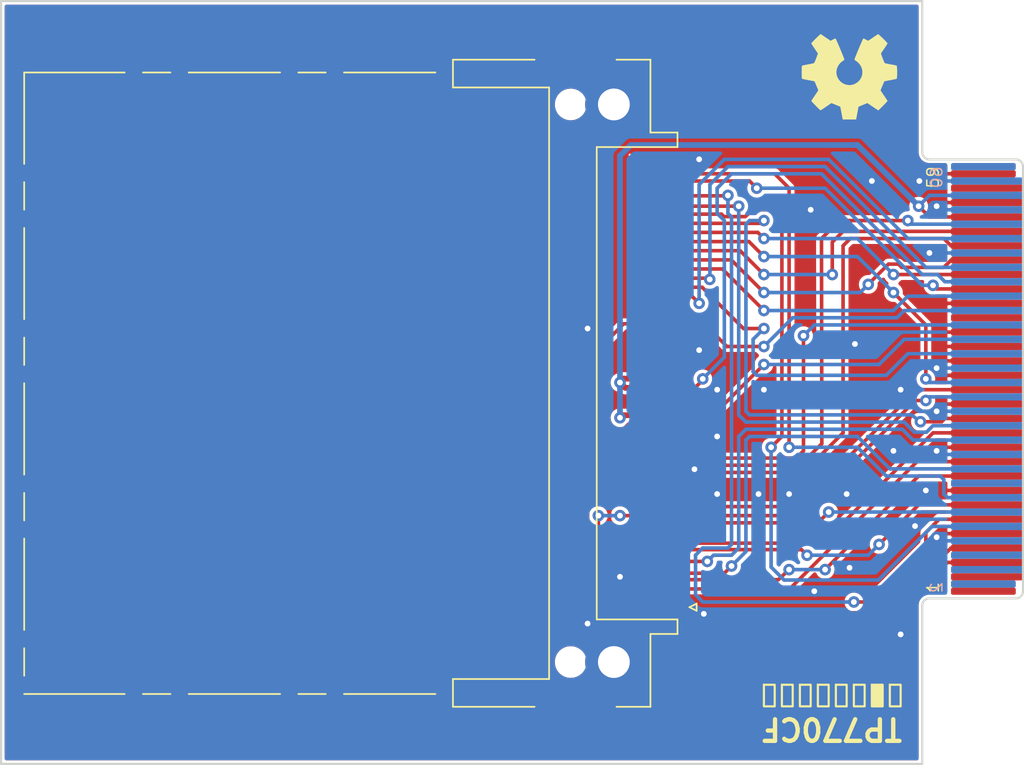
<source format=kicad_pcb>
(kicad_pcb (version 20211014) (generator pcbnew)
  (layers (0 "F.Cu" signal) (31 "B.Cu" signal) (34 "B.Paste" user) (35 "F.Paste" user) (36 "B.SilkS" user "B.Silkscreen") (37 "F.SilkS" user "F.Silkscreen") (38 "B.Mask" user) (39 "F.Mask" user) (44 "Edge.Cuts" user))
  (net 0 "")
  (net 1 "Net-(J1-Pad2)")
  (net 2 "Net-(J1-Pad27)")
  (net 3 "Net-(J1-Pad3)")
  (net 4 "Net-(J1-Pad28)")
  (net 5 "Net-(J1-Pad4)")
  (net 6 "Net-(J1-Pad29)")
  (net 7 "Net-(J1-Pad5)")
  (net 8 "Net-(J1-Pad30)")
  (net 9 "Net-(J1-Pad6)")
  (net 10 "Net-(J1-Pad31)")
  (net 11 "Net-(J1-Pad7)")
  (net 12 "Net-(J1-Pad32)")
  (net 13 "Net-(J1-Pad33)")
  (net 14 "Net-(J1-Pad34)")
  (net 15 "Net-(J1-Pad35)")
  (net 16 "Net-(J1-Pad37)")
  (net 17 "Net-(J1-Pad40)")
  (net 18 "Net-(J1-Pad41)")
  (net 19 "Net-(J1-Pad42)")
  (net 20 "Net-(J1-Pad18)")
  (net 21 "Net-(J1-Pad43)")
  (net 22 "Net-(J1-Pad19)")
  (net 23 "Net-(J1-Pad20)")
  (net 24 "Net-(J1-Pad45)")
  (net 25 "Net-(J1-Pad21)")
  (net 26 "Net-(J1-Pad46)")
  (net 27 "Net-(J1-Pad22)")
  (net 28 "Net-(J1-Pad47)")
  (net 29 "Net-(J1-Pad23)")
  (net 30 "Net-(J1-Pad48)")
  (net 31 "Net-(J1-Pad24)")
  (net 32 "Net-(J1-Pad49)")
  (net 33 "Net-(J2-Pad60)")
  (net 34 "Net-(J2-Pad16)")
  (net 35 "Net-(J2-Pad6)")
  (net 36 "Net-(J2-Pad4)")
  (net 37 "Net-(J2-Pad2)")
  (net 38 "Net-(J2-Pad1)")
  (net 39 "Net-(J2-Pad3)")
  (net 40 "Net-(J2-Pad39)")
  (net 41 "GND")
  (net 42 "+5V")
  (net 43 "Net-(J1-Pad44)")
  (net 44 "Net-(J2-Pad57)")
  (footprint "Symbol:OSHW-Symbol_6.7x6mm_SilkScreen" (layer "F.Cu") (at 172.95 57.25 180)
    (fp_text reference "REF**" hide)
    (fp_text value "OSHW-Symbol_6.7x6mm_SilkScreen" hide)
  )
  (footprint "Connector_Card:CF-Card_3M_N7E50-7516PK-20-WF" (layer "F.Cu") (at 156.4755 78.552 180)
    (fp_text reference "J1" hide)
    (fp_text value "CF Card")
  )
  (footprint "TP770IDE:TP770IDE" (layer "F.Cu") (at 182.20348 79.042703)
    (fp_text reference "J2" hide)
    (fp_text value "TP770IDE")
  )
  (gr_rect (start 169.5 99.5) (end 170.25 101) (layer "F.SilkS") (width 0.15) (fill none))
  (gr_rect (start 167 99.5) (end 167.75 101) (layer "F.SilkS") (width 0.15) (fill none))
  (gr_rect (start 173.25 99.5) (end 174 101) (layer "F.SilkS") (width 0.15) (fill none))
  (gr_rect (start 170.75 99.5) (end 171.5 101) (layer "F.SilkS") (width 0.15) (fill none))
  (gr_rect (start 168.25 99.5) (end 169 101) (layer "F.SilkS") (width 0.15) (fill none))
  (gr_rect (start 174.5 99.5) (end 175.25 101) (layer "F.SilkS") (width 0.15) (fill solid))
  (gr_rect (start 172 99.5) (end 172.75 101) (layer "F.SilkS") (width 0.15) (fill none))
  (gr_rect (start 175.75 99.5) (end 176.5 101) (layer "F.SilkS") (width 0.15) (fill none))
  (gr_arc (start 178.5 63) (mid 178.146447 62.853553) (end 178 62.5) (layer "Edge.Cuts") (width 0.15))
  (gr_arc (start 178 94) (mid 178.146447 93.646447) (end 178.5 93.5) (layer "Edge.Cuts") (width 0.15))
  (gr_line (start 178.5 93.5) (end 184.5 93.5) (layer "Edge.Cuts") (width 0.15))
  (gr_line (start 114 105) (end 114 52) (layer "Edge.Cuts") (width 0.15))
  (gr_line (start 178 105) (end 114 105) (layer "Edge.Cuts") (width 0.15))
  (gr_line (start 178 62.5) (end 178 52) (layer "Edge.Cuts") (width 0.15))
  (gr_line (start 178.5 63) (end 184.5 63) (layer "Edge.Cuts") (width 0.15))
  (gr_arc (start 184.5 63) (mid 184.853553 63.146447) (end 185 63.5) (layer "Edge.Cuts") (width 0.15))
  (gr_line (start 178 94) (end 178 105) (layer "Edge.Cuts") (width 0.15))
  (gr_line (start 185 63.5) (end 185 93) (layer "Edge.Cuts") (width 0.15))
  (gr_line (start 114 52) (end 178 52) (layer "Edge.Cuts") (width 0.15))
  (gr_arc (start 185 93) (mid 184.853553 93.353553) (end 184.5 93.5) (layer "Edge.Cuts") (width 0.15))
  (gr_text "2" (at 179 92.75 90) (layer "B.SilkS") (effects (font (size 0.8 0.8) (thickness 0.1)) (justify mirror)))
  (gr_text "60" (at 179 64.25 90) (layer "B.SilkS") (effects (font (size 0.8 0.8) (thickness 0.1)) (justify mirror)))
  (gr_text "59" (at 178.75 64.25 90) (layer "F.SilkS") (effects (font (size 0.8 0.8) (thickness 0.1))))
  (gr_text "TP770CF" (at 171.7 102.575 180) (layer "F.SilkS") (effects (font (size 1.5 1.5) (thickness 0.3))))
  (gr_text "1" (at 178.75 92.75 90) (layer "F.SilkS") (effects (font (size 0.8 0.8) (thickness 0.1))))
  (segment (start 159.5755 92.842) (end 168.79441 92.842) (width 0.25) (layer "F.Cu") (net 1))
  (segment (start 177.63641 84) (end 182.5 84) (width 0.25) (layer "F.Cu") (net 1))
  (segment (start 168.79441 92.842) (end 177.63641 84) (width 0.25) (layer "F.Cu") (net 1))
  (segment (start 168 92.202) (end 159.5755 92.202) (width 0.25) (layer "F.Cu") (net 2))
  (segment (start 171.25 91.5) (end 177.75 85) (width 0.25) (layer "F.Cu") (net 2))
  (segment (start 168.75 91.5) (end 168 92.202) (width 0.25) (layer "F.Cu") (net 2))
  (segment (start 177.75 85) (end 182.5 85) (width 0.25) (layer "F.Cu") (net 2))
  (via (at 171.25 91.5) (size 0.8) (drill 0.4) (layers "F.Cu" "B.Cu") (net 2))
  (via (at 168.75 91.5) (size 0.8) (drill 0.4) (layers "F.Cu" "B.Cu") (net 2))
  (segment (start 168.75 91.5) (end 171.25 91.5) (width 0.25) (layer "B.Cu") (net 2))
  (segment (start 161.5805 91.572) (end 161.7585 91.75) (width 0.25) (layer "F.Cu") (net 3))
  (segment (start 164.25 91.75) (end 164.75 91.25) (width 0.25) (layer "F.Cu") (net 3))
  (segment (start 159.5755 91.572) (end 161.5805 91.572) (width 0.25) (layer "F.Cu") (net 3))
  (segment (start 161.7585 91.75) (end 164.25 91.75) (width 0.25) (layer "F.Cu") (net 3))
  (via (at 164.75 91.25) (size 0.8) (drill 0.4) (layers "F.Cu" "B.Cu") (net 3))
  (segment (start 166 82.25) (end 173.5 82.25) (width 0.25) (layer "B.Cu") (net 3))
  (segment (start 173.5 82.25) (end 175.75 84.5) (width 0.25) (layer "B.Cu") (net 3))
  (segment (start 165.75 90.25) (end 165.75 82.5) (width 0.25) (layer "B.Cu") (net 3))
  (segment (start 165.75 82.5) (end 166 82.25) (width 0.25) (layer "B.Cu") (net 3))
  (segment (start 175.75 84.5) (end 182.5 84.5) (width 0.25) (layer "B.Cu") (net 3))
  (segment (start 164.75 91.25) (end 165.75 90.25) (width 0.25) (layer "B.Cu") (net 3))
  (segment (start 159.5755 90.932) (end 163.068 90.932) (width 0.25) (layer "F.Cu") (net 4))
  (via (at 163.068 90.932) (size 0.8) (drill 0.4) (layers "F.Cu" "B.Cu") (net 4))
  (segment (start 164.75 90.5) (end 165.25 90) (width 0.25) (layer "B.Cu") (net 4))
  (segment (start 165.75 81.75) (end 176.61359 81.75) (width 0.25) (layer "B.Cu") (net 4))
  (segment (start 165.25 82.25) (end 165.75 81.75) (width 0.25) (layer "B.Cu") (net 4))
  (segment (start 163.068 90.932) (end 163.5 90.5) (width 0.25) (layer "B.Cu") (net 4))
  (segment (start 177.36359 82.5) (end 182.5 82.5) (width 0.25) (layer "B.Cu") (net 4))
  (segment (start 165.25 90) (end 165.25 82.25) (width 0.25) (layer "B.Cu") (net 4))
  (segment (start 163.5 90.5) (end 164.75 90.5) (width 0.25) (layer "B.Cu") (net 4))
  (segment (start 176.61359 81.75) (end 177.36359 82.5) (width 0.25) (layer "B.Cu") (net 4))
  (segment (start 159.5755 90.302) (end 161.5805 90.302) (width 0.25) (layer "F.Cu") (net 5))
  (segment (start 161.77049 90.11201) (end 169.61201 90.11201) (width 0.25) (layer "F.Cu") (net 5))
  (segment (start 175 89.75) (end 177.75 87) (width 0.25) (layer "F.Cu") (net 5))
  (segment (start 161.5805 90.302) (end 161.77049 90.11201) (width 0.25) (layer "F.Cu") (net 5))
  (segment (start 169.61201 90.11201) (end 170 90.5) (width 0.25) (layer "F.Cu") (net 5))
  (segment (start 177.75 87) (end 182.5 87) (width 0.25) (layer "F.Cu") (net 5))
  (via (at 175 89.75) (size 0.8) (drill 0.4) (layers "F.Cu" "B.Cu") (net 5))
  (via (at 170 90.5) (size 0.8) (drill 0.4) (layers "F.Cu" "B.Cu") (net 5))
  (segment (start 174.25 90.5) (end 170 90.5) (width 0.25) (layer "B.Cu") (net 5))
  (segment (start 174.25 90.5) (end 175 89.75) (width 0.25) (layer "B.Cu") (net 5))
  (segment (start 178.75 82) (end 182.5 82) (width 0.25) (layer "F.Cu") (net 6))
  (segment (start 171.088 89.662) (end 178.75 82) (width 0.25) (layer "F.Cu") (net 6))
  (segment (start 159.5755 89.662) (end 171.088 89.662) (width 0.25) (layer "F.Cu") (net 6))
  (segment (start 161.968 89.032) (end 159.5755 89.032) (width 0.25) (layer "F.Cu") (net 7))
  (segment (start 171.5 87.5) (end 170.75 88.25) (width 0.25) (layer "F.Cu") (net 7))
  (segment (start 170.75 88.25) (end 162.75 88.25) (width 0.25) (layer "F.Cu") (net 7))
  (segment (start 162.75 88.25) (end 161.968 89.032) (width 0.25) (layer "F.Cu") (net 7))
  (via (at 171.5 87.5) (size 0.8) (drill 0.4) (layers "F.Cu" "B.Cu") (net 7))
  (segment (start 171.5 87.5) (end 182.5 87.5) (width 0.25) (layer "B.Cu") (net 7))
  (segment (start 162.5 87.75) (end 169.5 87.75) (width 0.25) (layer "F.Cu") (net 8))
  (segment (start 169.5 87.75) (end 177.52282 79.75) (width 0.25) (layer "F.Cu") (net 8))
  (segment (start 159.5755 88.392) (end 161.858 88.392) (width 0.25) (layer "F.Cu") (net 8))
  (segment (start 161.858 88.392) (end 162.5 87.75) (width 0.25) (layer "F.Cu") (net 8))
  (segment (start 177.52282 79.75) (end 178.25 79.75) (width 0.25) (layer "F.Cu") (net 8))
  (via (at 178.25 79.75) (size 0.8) (drill 0.4) (layers "F.Cu" "B.Cu") (net 8))
  (segment (start 182.5 79.5) (end 178.5 79.5) (width 0.25) (layer "B.Cu") (net 8))
  (segment (start 178.5 79.5) (end 178.25 79.75) (width 0.25) (layer "B.Cu") (net 8))
  (segment (start 178.25 79.75) (end 178.565685 79.5) (width 0.25) (layer "B.Cu") (net 8))
  (segment (start 159.5635 87.75) (end 159.5755 87.762) (width 0.25) (layer "F.Cu") (net 9))
  (segment (start 157.75 95) (end 155.5 92.75) (width 0.25) (layer "F.Cu") (net 9))
  (segment (start 162.25 95.5) (end 161.75 95) (width 0.25) (layer "F.Cu") (net 9))
  (segment (start 157 87.75) (end 159.5635 87.75) (width 0.25) (layer "F.Cu") (net 9))
  (segment (start 155.5 92.75) (end 155.5 87.75) (width 0.25) (layer "F.Cu") (net 9))
  (segment (start 174.5 95.5) (end 162.25 95.5) (width 0.25) (layer "F.Cu") (net 9))
  (segment (start 161.75 95) (end 157.75 95) (width 0.25) (layer "F.Cu") (net 9))
  (segment (start 180 90) (end 174.5 95.5) (width 0.25) (layer "F.Cu") (net 9))
  (segment (start 182.5 90) (end 180 90) (width 0.25) (layer "F.Cu") (net 9))
  (via (at 157 87.75) (size 0.8) (drill 0.4) (layers "F.Cu" "B.Cu") (net 9))
  (via (at 155.5 87.75) (size 0.8) (drill 0.4) (layers "F.Cu" "B.Cu") (net 9))
  (segment (start 155.5 87.75) (end 157 87.75) (width 0.25) (layer "B.Cu") (net 9))
  (segment (start 170.5 86.012972) (end 177.63641 79) (width 0.25) (layer "F.Cu") (net 10))
  (segment (start 159.5755 87.122) (end 169.390972 87.122) (width 0.25) (layer "F.Cu") (net 10))
  (segment (start 177.63641 79) (end 182.5 79) (width 0.25) (layer "F.Cu") (net 10))
  (segment (start 169.390972 87.122) (end 170.5 86.012972) (width 0.25) (layer "F.Cu") (net 10))
  (segment (start 172.5 69) (end 173 68.5) (width 0.25) (layer "F.Cu") (net 11))
  (segment (start 180 69) (end 182.5 69) (width 0.25) (layer "F.Cu") (net 11))
  (segment (start 169.75 84.75) (end 172.5 82) (width 0.25) (layer "F.Cu") (net 11))
  (segment (start 173 68.5) (end 179.5 68.5) (width 0.25) (layer "F.Cu") (net 11))
  (segment (start 179.5 68.5) (end 180 69) (width 0.25) (layer "F.Cu") (net 11))
  (segment (start 172.5 82) (end 172.5 69) (width 0.25) (layer "F.Cu") (net 11))
  (segment (start 164 84.75) (end 169.75 84.75) (width 0.25) (layer "F.Cu") (net 11))
  (segment (start 162.25 86.496135) (end 164 84.75) (width 0.25) (layer "F.Cu") (net 11))
  (segment (start 159.5755 86.492) (end 162.25 86.496135) (width 0.25) (layer "F.Cu") (net 11))
  (segment (start 159.5755 85.852) (end 161.898 85.852) (width 0.25) (layer "F.Cu") (net 12))
  (segment (start 172.25 67.25) (end 177 67.25) (width 0.25) (layer "F.Cu") (net 12))
  (segment (start 161.898 85.852) (end 163.5 84.25) (width 0.25) (layer "F.Cu") (net 12))
  (segment (start 171.024999 82.75) (end 171.024999 82.175019) (width 0.25) (layer "F.Cu") (net 12))
  (segment (start 169.5 84.24648) (end 171.024999 82.75) (width 0.25) (layer "F.Cu") (net 12))
  (segment (start 171.024999 82.175019) (end 171 68.5) (width 0.25) (layer "F.Cu") (net 12))
  (segment (start 163.5 84.25) (end 169.5 84.24648) (width 0.25) (layer "F.Cu") (net 12))
  (segment (start 171 68.5) (end 172.25 67.25) (width 0.25) (layer "F.Cu") (net 12))
  (via (at 177 67.25) (size 0.8) (drill 0.4) (layers "F.Cu" "B.Cu") (net 12))
  (segment (start 177.25 67.5) (end 177 67.25) (width 0.25) (layer "B.Cu") (net 12))
  (segment (start 182.5 67.5) (end 177.25 67.5) (width 0.25) (layer "B.Cu") (net 12))
  (segment (start 159.5755 83.312) (end 161.5805 83.312) (width 0.25) (layer "F.Cu") (net 14))
  (segment (start 162.0185 83.75) (end 169.25 83.75) (width 0.25) (layer "F.Cu") (net 14))
  (segment (start 169.75 83.25) (end 169.75 75.25) (width 0.25) (layer "F.Cu") (net 14))
  (segment (start 161.5805 83.312) (end 162.0185 83.75) (width 0.25) (layer "F.Cu") (net 14))
  (segment (start 169.75 83.25) (end 169.25 83.75) (width 0.25) (layer "F.Cu") (net 14))
  (via (at 169.75 75.25) (size 0.8) (drill 0.4) (layers "F.Cu" "B.Cu") (net 14))
  (segment (start 170.5 74.5) (end 182.5 74.5) (width 0.25) (layer "B.Cu") (net 14))
  (segment (start 169.75 75.25) (end 170.5 74.5) (width 0.25) (layer "B.Cu") (net 14))
  (segment (start 159.5755 82.042) (end 162.208 82.042) (width 0.25) (layer "F.Cu") (net 15))
  (segment (start 162.208 82.042) (end 167 77.25) (width 0.25) (layer "F.Cu") (net 15))
  (via (at 167 77.25) (size 0.8) (drill 0.4) (layers "F.Cu" "B.Cu") (net 15))
  (segment (start 176.75 75.5) (end 182.5 75.5) (width 0.25) (layer "B.Cu") (net 15))
  (segment (start 175 77.25) (end 176.75 75.5) (width 0.25) (layer "B.Cu") (net 15))
  (segment (start 167 77.25) (end 175 77.25) (width 0.25) (layer "B.Cu") (net 15))
  (segment (start 162.75 78.3325) (end 162.75 78.25) (width 0.25) (layer "F.Cu") (net 16))
  (segment (start 161.5805 79.502) (end 162.75 78.3325) (width 0.25) (layer "F.Cu") (net 16))
  (segment (start 159.5755 79.502) (end 161.5805 79.502) (width 0.25) (layer "F.Cu") (net 16))
  (via (at 162.75 78.25) (size 0.8) (drill 0.4) (layers "F.Cu" "B.Cu") (net 16))
  (segment (start 164.25 67.25) (end 163.75 66.75) (width 0.25) (layer "B.Cu") (net 16))
  (segment (start 179.573002 71.5) (end 182.5 71.5) (width 0.25) (layer "B.Cu") (net 16))
  (segment (start 163.75 66.75) (end 163.75 65) (width 0.25) (layer "B.Cu") (net 16))
  (segment (start 178 71) (end 179.073002 71) (width 0.25) (layer "B.Cu") (net 16))
  (segment (start 179.073002 71) (end 179.573002 71.5) (width 0.25) (layer "B.Cu") (net 16))
  (segment (start 164.75 64) (end 171 64) (width 0.25) (layer "B.Cu") (net 16))
  (segment (start 162.75 78.25) (end 164.25 76.75) (width 0.25) (layer "B.Cu") (net 16))
  (segment (start 171 64) (end 178 71) (width 0.25) (layer "B.Cu") (net 16))
  (segment (start 163.75 65) (end 164.75 64) (width 0.25) (layer "B.Cu") (net 16))
  (segment (start 164.25 76.75) (end 164.25 67.25) (width 0.25) (layer "B.Cu") (net 16))
  (segment (start 174.75 95.996377) (end 161.999135 95.999135) (width 0.25) (layer "F.Cu") (net 18))
  (segment (start 157.5 95.5) (end 154.75 92.75) (width 0.25) (layer "F.Cu") (net 18))
  (segment (start 157.25 74.422) (end 159.5755 74.422) (width 0.25) (layer "F.Cu") (net 18))
  (segment (start 182.5 91) (end 179.75 91) (width 0.25) (layer "F.Cu") (net 18))
  (segment (start 161.5 95.5) (end 157.5 95.5) (width 0.25) (layer "F.Cu") (net 18))
  (segment (start 179.75 91) (end 174.75 95.996377) (width 0.25) (layer "F.Cu") (net 18))
  (segment (start 154.75 76.987) (end 157.25 74.422) (width 0.25) (layer "F.Cu") (net 18))
  (segment (start 161.999135 95.999135) (end 161.5 95.5) (width 0.25) (layer "F.Cu") (net 18))
  (segment (start 154.75 92.75) (end 154.75 76.987) (width 0.25) (layer "F.Cu") (net 18))
  (segment (start 161.5805 73.152) (end 164.4285 76) (width 0.25) (layer "F.Cu") (net 19))
  (segment (start 159.5755 73.152) (end 161.5805 73.152) (width 0.25) (layer "F.Cu") (net 19))
  (segment (start 164.4285 76) (end 167 76) (width 0.25) (layer "F.Cu") (net 19))
  (via (at 167 76) (size 0.8) (drill 0.4) (layers "F.Cu" "B.Cu") (net 19))
  (segment (start 182.5 73.5) (end 176.75 73.5) (width 0.25) (layer "B.Cu") (net 19))
  (segment (start 169 74) (end 167 76) (width 0.25) (layer "B.Cu") (net 19))
  (segment (start 176.75 73.5) (end 176.25 74) (width 0.25) (layer "B.Cu") (net 19))
  (segment (start 176.25 74) (end 169 74) (width 0.25) (layer "B.Cu") (net 19))
  (segment (start 159.5755 72.522) (end 162.022 72.522) (width 0.25) (layer "F.Cu") (net 20))
  (segment (start 162.022 72.522) (end 162.5 73) (width 0.25) (layer "F.Cu") (net 20))
  (via (at 162.5 73) (size 0.8) (drill 0.4) (layers "F.Cu" "B.Cu") (net 20))
  (segment (start 162.5 73) (end 162.5 64.75) (width 0.25) (layer "B.Cu") (net 20))
  (segment (start 162.5 64.75) (end 164.25 63) (width 0.25) (layer "B.Cu") (net 20))
  (segment (start 164.25 63) (end 171.5 63) (width 0.25) (layer "B.Cu") (net 20))
  (segment (start 177 68.5) (end 182.5 68.5) (width 0.25) (layer "B.Cu") (net 20))
  (segment (start 171.5 63) (end 177 68.5) (width 0.25) (layer "B.Cu") (net 20))
  (segment (start 167 74.75) (end 165.577345 74.75) (width 0.25) (layer "F.Cu") (net 21))
  (segment (start 159.5755 71.882) (end 162.709345 71.882) (width 0.25) (layer "F.Cu") (net 21))
  (segment (start 162.709345 71.882) (end 165.577345 74.75) (width 0.25) (layer "F.Cu") (net 21))
  (via (at 167 74.75) (size 0.8) (drill 0.4) (layers "F.Cu" "B.Cu") (net 21))
  (segment (start 166.25 77.75) (end 166.5 78) (width 0.25) (layer "B.Cu") (net 21))
  (segment (start 175.5 78) (end 177 76.5) (width 0.25) (layer "B.Cu") (net 21))
  (segment (start 166.25 75.5) (end 166.25 77.75) (width 0.25) (layer "B.Cu") (net 21))
  (segment (start 166.5 78) (end 175.5 78) (width 0.25) (layer "B.Cu") (net 21))
  (segment (start 167 74.75) (end 166.25 75.5) (width 0.25) (layer "B.Cu") (net 21))
  (segment (start 177 76.5) (end 182.5 76.5) (width 0.25) (layer "B.Cu") (net 21))
  (segment (start 163.150347 71.25) (end 163.148347 71.252) (width 0.25) (layer "F.Cu") (net 22))
  (segment (start 163.237347 71.337) (end 163.150347 71.25) (width 0.25) (layer "F.Cu") (net 22))
  (segment (start 163.148347 71.252) (end 159.5755 71.252) (width 0.25) (layer "F.Cu") (net 22))
  (via (at 163.237347 71.337) (size 0.8) (drill 0.4) (layers "F.Cu" "B.Cu") (net 22))
  (segment (start 178.25 70.5) (end 171.25 63.5) (width 0.25) (layer "B.Cu") (net 22))
  (segment (start 163.25 64.75) (end 163.25 70.75) (width 0.25) (layer "B.Cu") (net 22))
  (segment (start 163.25 70.75) (end 163.237347 71.337) (width 0.25) (layer "B.Cu") (net 22))
  (segment (start 164.5 63.5) (end 163.25 64.75) (width 0.25) (layer "B.Cu") (net 22))
  (segment (start 171.25 63.5) (end 164.5 63.5) (width 0.25) (layer "B.Cu") (net 22))
  (segment (start 182.5 70.5) (end 178.25 70.5) (width 0.25) (layer "B.Cu") (net 22))
  (segment (start 176.573002 70.5) (end 179.5 70.5) (width 0.25) (layer "F.Cu") (net 23))
  (segment (start 164.732 69.982) (end 167 72.25) (width 0.25) (layer "F.Cu") (net 23))
  (segment (start 179.5 70.5) (end 180 70) (width 0.25) (layer "F.Cu") (net 23))
  (segment (start 174.25 71.684315) (end 174.25 71.676998) (width 0.25) (layer "F.Cu") (net 23))
  (segment (start 174.25 71.676998) (end 175.651999 70.274999) (width 0.25) (layer "F.Cu") (net 23))
  (segment (start 180 70) (end 182.5 70) (width 0.25) (layer "F.Cu") (net 23))
  (segment (start 175.651999 70.274999) (end 176.348001 70.274999) (width 0.25) (layer "F.Cu") (net 23))
  (segment (start 159.5755 69.982) (end 164.732 69.982) (width 0.25) (layer "F.Cu") (net 23))
  (segment (start 176.348001 70.274999) (end 176.573002 70.5) (width 0.25) (layer "F.Cu") (net 23))
  (via (at 167 72.25) (size 0.8) (drill 0.4) (layers "F.Cu" "B.Cu") (net 23))
  (via (at 174.25 71.684315) (size 0.8) (drill 0.4) (layers "F.Cu" "B.Cu") (net 23))
  (segment (start 173.684315 72.25) (end 174.25 71.684315) (width 0.25) (layer "B.Cu") (net 23))
  (segment (start 167 72.25) (end 173.684315 72.25) (width 0.25) (layer "B.Cu") (net 23))
  (segment (start 165.342 69.342) (end 167 71) (width 0.25) (layer "F.Cu") (net 24))
  (segment (start 159.5755 69.342) (end 165.342 69.342) (width 0.25) (layer "F.Cu") (net 24))
  (segment (start 171.75 71) (end 171.75 68.75) (width 0.25) (layer "F.Cu") (net 24))
  (segment (start 171.75 68.75) (end 172.5 68) (width 0.25) (layer "F.Cu") (net 24))
  (segment (start 172.5 68) (end 182.5 68) (width 0.25) (layer "F.Cu") (net 24))
  (via (at 171.75 71) (size 0.8) (drill 0.4) (layers "F.Cu" "B.Cu") (net 24))
  (via (at 167 71) (size 0.8) (drill 0.4) (layers "F.Cu" "B.Cu") (net 24))
  (segment (start 167 71) (end 171.75 71) (width 0.25) (layer "B.Cu") (net 24))
  (segment (start 159.5755 68.712) (end 165.962 68.712) (width 0.25) (layer "F.Cu") (net 25))
  (segment (start 176 72.25) (end 178.25 74.5) (width 0.25) (layer "F.Cu") (net 25))
  (segment (start 165.962 68.712) (end 167 69.75) (width 0.25) (layer "F.Cu") (net 25))
  (segment (start 178.25 74.5) (end 178.25 78.25) (width 0.25) (layer "F.Cu") (net 25))
  (via (at 178.25 78.25) (size 0.8) (drill 0.4) (layers "F.Cu" "B.Cu") (net 25))
  (via (at 176 72.25) (size 0.8) (drill 0.4) (layers "F.Cu" "B.Cu") (net 25))
  (via (at 167 69.75) (size 0.8) (drill 0.4) (layers "F.Cu" "B.Cu") (net 25))
  (segment (start 178.25 78.25) (end 178.5 78.5) (width 0.25) (layer "B.Cu") (net 25))
  (segment (start 178.5 78.5) (end 182.5 78.5) (width 0.25) (layer "B.Cu") (net 25))
  (segment (start 167 69.75) (end 173.5 69.75) (width 0.25) (layer "B.Cu") (net 25))
  (segment (start 173.5 69.75) (end 176 72.25) (width 0.25) (layer "B.Cu") (net 25))
  (segment (start 166.572 68.072) (end 167 68.5) (width 0.25) (layer "F.Cu") (net 26))
  (segment (start 159.5755 68.072) (end 166.572 68.072) (width 0.25) (layer "F.Cu") (net 26))
  (segment (start 176 71) (end 182.5 71) (width 0.25) (layer "F.Cu") (net 26))
  (via (at 167 68.5) (size 0.8) (drill 0.4) (layers "F.Cu" "B.Cu") (net 26))
  (via (at 176 71) (size 0.8) (drill 0.4) (layers "F.Cu" "B.Cu") (net 26))
  (segment (start 173.5 68.5) (end 176 71) (width 0.25) (layer "B.Cu") (net 26))
  (segment (start 167 68.5) (end 173.5 68.5) (width 0.25) (layer "B.Cu") (net 26))
  (segment (start 182.5 81) (end 179.573002 81) (width 0.25) (layer "F.Cu") (net 27))
  (segment (start 179.573002 81) (end 179.348002 81.225) (width 0.25) (layer "F.Cu") (net 27))
  (segment (start 159.5755 67.442) (end 166.808 67.442) (width 0.25) (layer "F.Cu") (net 27))
  (segment (start 179.348002 81.225) (end 177.874822 81.225) (width 0.25) (layer "F.Cu") (net 27))
  (segment (start 166.808 67.442) (end 167 67.25) (width 0.25) (layer "F.Cu") (net 27))
  (via (at 167 67.25) (size 0.8) (drill 0.4) (layers "F.Cu" "B.Cu") (net 27))
  (via (at 177.874822 81.225) (size 0.8) (drill 0.4) (layers "F.Cu" "B.Cu") (net 27))
  (segment (start 165.75 80.5) (end 165.75 67.5) (width 0.25) (layer "B.Cu") (net 27))
  (segment (start 166 80.75) (end 165.75 80.5) (width 0.25) (layer "B.Cu") (net 27))
  (segment (start 166 67.25) (end 167 67.25) (width 0.25) (layer "B.Cu") (net 27))
  (segment (start 165.75 67.5) (end 166 67.25) (width 0.25) (layer "B.Cu") (net 27))
  (segment (start 177.25 80.75) (end 166 80.75) (width 0.25) (layer "B.Cu") (net 27))
  (segment (start 177.874822 81.225) (end 177.25 80.75) (width 0.25) (layer "B.Cu") (net 27))
  (segment (start 166.25 66.5) (end 165.701997 66.975001) (width 0.25) (layer "F.Cu") (net 28))
  (segment (start 164.225001 66.975001) (end 164.052 66.802) (width 0.25) (layer "F.Cu") (net 28))
  (segment (start 165.701997 66.975001) (end 164.225001 66.975001) (width 0.25) (layer "F.Cu") (net 28))
  (segment (start 168.25 67.25) (end 167.5 66.5) (width 0.25) (layer "F.Cu") (net 28))
  (segment (start 167.5 83) (end 168.25 82.25) (width 0.25) (layer "F.Cu") (net 28))
  (segment (start 164.052 66.802) (end 159.5755 66.802) (width 0.25) (layer "F.Cu") (net 28))
  (segment (start 167.5 66.5) (end 166.25 66.5) (width 0.25) (layer "F.Cu") (net 28))
  (segment (start 168.25 82.25) (end 168.25 67.25) (width 0.25) (layer "F.Cu") (net 28))
  (via (at 167.5 83) (size 0.8) (drill 0.4) (layers "F.Cu" "B.Cu") (net 28))
  (segment (start 182.5 88.5) (end 178.676998 88.5) (width 0.25) (layer "B.Cu") (net 28))
  (segment (start 168.401999 92.225001) (end 167.5 91.323002) (width 0.25) (layer "B.Cu") (net 28))
  (segment (start 167.5 91.323002) (end 167.5 83) (width 0.25) (layer "B.Cu") (net 28))
  (segment (start 174.951997 92.225001) (end 168.401999 92.225001) (width 0.25) (layer "B.Cu") (net 28))
  (segment (start 178.676998 88.5) (end 174.951997 92.225001) (width 0.25) (layer "B.Cu") (net 28))
  (segment (start 161.4855 66.172) (end 159.5755 66.172) (width 0.25) (layer "F.Cu") (net 29))
  (segment (start 161.5635 66.25) (end 161.4855 66.172) (width 0.25) (layer "F.Cu") (net 29))
  (segment (start 165.25 66.25) (end 161.5635 66.25) (width 0.25) (layer "F.Cu") (net 29))
  (via (at 165.25 66.25) (size 0.8) (drill 0.4) (layers "F.Cu" "B.Cu") (net 29))
  (segment (start 165.75 81.25) (end 176.75 81.25) (width 0.25) (layer "B.Cu") (net 29))
  (segment (start 176.75 81.25) (end 177.450001 81.950001) (width 0.25) (layer "B.Cu") (net 29))
  (segment (start 178.75 81.5) (end 182.5 81.5) (width 0.25) (layer "B.Cu") (net 29))
  (segment (start 177.450001 81.950001) (end 178.299999 81.950001) (width 0.25) (layer "B.Cu") (net 29))
  (segment (start 165.25 80.75) (end 165.75 81.25) (width 0.25) (layer "B.Cu") (net 29))
  (segment (start 178.299999 81.950001) (end 178.75 81.5) (width 0.25) (layer "B.Cu") (net 29))
  (segment (start 165.25 66.25) (end 165.25 80.75) (width 0.25) (layer "B.Cu") (net 29))
  (segment (start 159.5755 65.532) (end 164.468 65.532) (width 0.25) (layer "F.Cu") (net 30))
  (segment (start 164.468 65.532) (end 164.5 65.5) (width 0.25) (layer "F.Cu") (net 30))
  (segment (start 174.25 93.75) (end 178.25 89.75) (width 0.25) (layer "F.Cu") (net 30))
  (segment (start 178.25 88.926998) (end 179.176998 88) (width 0.25) (layer "F.Cu") (net 30))
  (segment (start 173.25 93.75) (end 174.25 93.75) (width 0.25) (layer "F.Cu") (net 30))
  (segment (start 178.25 89.75) (end 178.25 88.926998) (width 0.25) (layer "F.Cu") (net 30))
  (segment (start 179.176998 88) (end 182.5 88) (width 0.25) (layer "F.Cu") (net 30))
  (via (at 173.25 93.75) (size 0.8) (drill 0.4) (layers "F.Cu" "B.Cu") (net 30))
  (via (at 164.5 65.5) (size 0.8) (drill 0.4) (layers "F.Cu" "B.Cu") (net 30))
  (segment (start 164.75 67) (end 164.5 66.75) (width 0.25) (layer "B.Cu") (net 30))
  (segment (start 162.25 90.5) (end 162.75 90) (width 0.25) (layer "B.Cu") (net 30))
  (segment (start 162.75 90) (end 164.5 90) (width 0.25) (layer "B.Cu") (net 30))
  (segment (start 173.25 93.75) (end 162.75 93.75) (width 0.25) (layer "B.Cu") (net 30))
  (segment (start 164.75 89.75) (end 164.75 67) (width 0.25) (layer "B.Cu") (net 30))
  (segment (start 164.5 66.75) (end 164.5 65.5) (width 0.25) (layer "B.Cu") (net 30))
  (segment (start 164.5 90) (end 164.75 89.75) (width 0.25) (layer "B.Cu") (net 30))
  (segment (start 162.25 93.25) (end 162.25 90.5) (width 0.25) (layer "B.Cu") (net 30))
  (segment (start 162.75 93.75) (end 162.25 93.25) (width 0.25) (layer "B.Cu") (net 30))
  (segment (start 179 72) (end 182.5 72) (width 0.25) (layer "F.Cu") (net 31))
  (segment (start 178.75 71.75) (end 179 72) (width 0.25) (layer "F.Cu") (net 31))
  (segment (start 161.598 64.902) (end 162 64.5) (width 0.25) (layer "F.Cu") (net 31))
  (segment (start 162 64.5) (end 166 64.5) (width 0.25) (layer "F.Cu") (net 31))
  (segment (start 159.5755 64.902) (end 161.598 64.902) (width 0.25) (layer "F.Cu") (net 31))
  (segment (start 166 64.5) (end 166.5 65) (width 0.25) (layer "F.Cu") (net 31))
  (via (at 178.75 71.75) (size 0.8) (drill 0.4) (layers "F.Cu" "B.Cu") (net 31))
  (via (at 166.5 65) (size 0.8) (drill 0.4) (layers "F.Cu" "B.Cu") (net 31))
  (segment (start 171.25 65) (end 178 71.75) (width 0.25) (layer "B.Cu") (net 31))
  (segment (start 178 71.75) (end 178.75 71.75) (width 0.25) (layer "B.Cu") (net 31))
  (segment (start 166.5 65) (end 171.25 65) (width 0.25) (layer "B.Cu") (net 31))
  (segment (start 168.75 83) (end 168.75 65.08201) (width 0.25) (layer "F.Cu") (net 32))
  (segment (start 167.75 64) (end 168.75 65) (width 0.25) (layer "F.Cu") (net 32))
  (segment (start 161.75 64) (end 167.75 64) (width 0.25) (layer "F.Cu") (net 32))
  (segment (start 159.5755 64.262) (end 161.488 64.262) (width 0.25) (layer "F.Cu") (net 32))
  (segment (start 161.488 64.262) (end 161.75 64) (width 0.25) (layer "F.Cu") (net 32))
  (via (at 168.75 83) (size 0.8) (drill 0.4) (layers "F.Cu" "B.Cu") (net 32))
  (segment (start 179.5 86.25) (end 179.75 86.5) (width 0.25) (layer "B.Cu") (net 32))
  (segment (start 179.75 86.5) (end 182.5 86.5) (width 0.25) (layer "B.Cu") (net 32))
  (segment (start 175.5 85) (end 179.25 85) (width 0.25) (layer "B.Cu") (net 32))
  (segment (start 179.5 85.25) (end 179.5 86.25) (width 0.25) (layer "B.Cu") (net 32))
  (segment (start 179.25 85) (end 179.5 85.25) (width 0.25) (layer "B.Cu") (net 32))
  (segment (start 173.5 83) (end 175.5 85) (width 0.25) (layer "B.Cu") (net 32))
  (segment (start 168.75 83) (end 173.5 83) (width 0.25) (layer "B.Cu") (net 32))
  (segment (start 163.75 82.25) (end 167 79) (width 0.25) (layer "F.Cu") (net 41))
  (segment (start 162.5 62.993363) (end 174.5 62.998952) (width 0.4) (layer "F.Cu") (net 41))
  (segment (start 178.25 86) (end 182.5 86) (width 0.25) (layer "F.Cu") (net 41))
  (segment (start 177.8 64.5) (end 179 64.5) (width 0.4) (layer "F.Cu") (net 41))
  (segment (start 179.75 73) (end 179.5 73.25) (width 0.25) (layer "F.Cu") (net 41))
  (segment (start 159.5755 75.062) (end 161.5805 75.062) (width 0.25) (layer "F.Cu") (net 41))
  (segment (start 159.5755 62.992) (end 162.5 62.993363) (width 0.4) (layer "F.Cu") (net 41))
  (segment (start 156 79.25) (end 156 77.5) (width 0.25) (layer "F.Cu") (net 41))
  (segment (start 176 64.5) (end 177.8 64.5) (width 0.4) (layer "F.Cu") (net 41))
  (segment (start 157.298 83.952) (end 157.25 84) (width 0.25) (layer "F.Cu") (net 41))
  (segment (start 176 83.25) (end 176 81.90923) (width 0.25) (layer "F.Cu") (net 41))
  (segment (start 157.25 76.25) (end 157.332 76.332) (width 0.25) (layer "F.Cu") (net 41))
  (segment (start 157.472 85.222) (end 157.25 85) (width 0.25) (layer "F.Cu") (net 41))
  (segment (start 162.362 94.112) (end 159.5755 94.112) (width 0.4) (layer "F.Cu") (net 41))
  (segment (start 179 80.25) (end 179.25 80) (width 0.25) (layer "F.Cu") (net 41))
  (segment (start 179.25 83) (end 182.5 83) (width 0.25) (layer "F.Cu") (net 41))
  (segment (start 179.25 89) (end 182.5 89) (width 0.25) (layer "F.Cu") (net 41))
  (segment (start 161.722 93.472) (end 162.362 94.112) (width 0.4) (layer "F.Cu") (net 41))
  (segment (start 157.5705 81.412) (end 159.5755 81.412) (width 0.25) (layer "F.Cu") (net 41))
  (segment (start 179.5 78) (end 182.5 78) (width 0.25) (layer "F.Cu") (net 41))
  (segment (start 179 83.25) (end 179.25 83) (width 0.25) (layer "F.Cu") (net 41))
  (segment (start 174.25 69.5) (end 178.5 69.5) (width 0.25) (layer "F.Cu") (net 41))
  (segment (start 162.825 94.575) (end 172.25 94.575) (width 0.4) (layer "F.Cu") (net 41))
  (segment (start 161.5805 75.062) (end 162 74.6425) (width 0.25) (layer "F.Cu") (net 41))
  (segment (start 174.5 62.998952) (end 176 64.5) (width 0.4) (layer "F.Cu") (net 41))
  (segment (start 162 74.6425) (end 162 74.2115) (width 0.25) (layer "F.Cu") (net 41))
  (segment (start 179.5 77) (end 179 77.5) (width 0.25) (layer "F.Cu") (net 41))
  (segment (start 179.5 76) (end 179.5 75) (width 0.25) (layer "F.Cu") (net 41))
  (segment (start 182.5 77) (end 179.5 77) (width 0.25) (layer "F.Cu") (net 41))
  (segment (start 159.5755 82.682) (end 163.318 82.682) (width 0.25) (layer "F.Cu") (net 41))
  (segment (start 179.5 64) (end 179 64.5) (width 0.25) (layer "F.Cu") (net 41))
  (segment (start 156 77.5) (end 157.25 76.25) (width 0.25) (layer "F.Cu") (net 41))
  (segment (start 159.5755 82.682) (end 157.318 82.682) (width 0.25) (layer "F.Cu") (net 41))
  (segment (start 173.25 70.5) (end 173.25 75.75) (width 0.25) (layer "F.Cu") (net 41))
  (segment (start 157.438 75.062) (end 159.5755 75.062) (width 0.25) (layer "F.Cu") (net 41))
  (segment (start 174.4 94.6) (end 179 90) (width 0.4) (layer "F.Cu") (net 41))
  (segment (start 161.5805 80.142) (end 159.5755 80.142) (width 0.25) (layer "F.Cu") (net 41))
  (segment (start 161.5805 93.472) (end 161.722 93.472) (width 0.25) (layer "F.Cu") (net 41))
  (segment (start 159.5755 73.792) (end 157.292 73.792) (width 0.4) (layer "F.Cu") (net 41))
  (segment (start 182.25 64) (end 179.5 64) (width 0.25) (layer "F.Cu") (net 41))
  (segment (start 176 81.90923) (end 177.40923 80.5) (width 0.25) (layer "F.Cu") (net 41))
  (segment (start 157.25 82.75) (end 157.25 81.75) (width 0.25) (layer "F.Cu") (net 41))
  (segment (start 182.5 75) (end 179.5 75) (width 0.25) (layer "F.Cu") (net 41))
  (segment (start 159.5755 93.472) (end 157.5705 93.472) (width 0.4) (layer "F.Cu") (net 41))
  (segment (start 157.292 73.792) (end 156.5 73) (width 0.4) (layer "F.Cu") (net 41))
  (segment (start 179 89.25) (end 179.25 89) (width 0.25) (layer "F.Cu") (net 41))
  (segment (start 173.25 70.5) (end 174.25 69.5) (width 0.25) (layer "F.Cu") (net 41))
  (segment (start 157.25 85) (end 157.25 84) (width 0.25) (layer "F.Cu") (net 41))
  (segment (start 157.25 62.992) (end 159.5755 62.992) (width 0.4) (layer "F.Cu") (net 41))
  (segment (start 162 80.5615) (end 161.5805 80.142) (width 0.25) (layer "F.Cu") (net 41))
  (segment (start 159.5755 77.602) (end 159.5755 76.332) (width 0.4) (layer "F.Cu") (net 41))
  (segment (start 159.5755 62.992) (end 159.5755 63.632) (width 0.4) (layer "F.Cu") (net 41))
  (segment (start 182.5 78) (end 179.75 78) (width 0.25) (layer "F.Cu") (net 41))
  (segment (start 179 80.5) (end 179 80.25) (width 0.25) (layer "F.Cu") (net 41))
  (segment (start 159.5755 83.952) (end 157.298 83.952) (width 0.25) (layer "F.Cu") (net 41))
  (segment (start 182.5 66) (end 179.25 66) (width 0.25) (layer "F.Cu") (net 41))
  (segment (start 159.5755 80.142) (end 156.892 80.142) (width 0.25) (layer "F.Cu") (net 41))
  (segment (start 157.5705 93.472) (end 156.274999 92.176499) (width 0.25) (layer "F.Cu") (net 41))
  (segment (start 179 64.5) (end 179 66.25) (width 0.25) (layer "F.Cu") (net 41))
  (segment (start 159.5755 80.142) (end 157.5705 80.142) (width 0.25) (layer "F.Cu") (net 41))
  (segment (start 157.318 82.682) (end 157.25 82.75) (width 0.25) (layer "F.Cu") (net 41))
  (segment (start 159.5755 93.472) (end 161.5805 93.472) (width 0.4) (layer "F.Cu") (net 41))
  (segment (start 159.5755 85.222) (end 157.472 85.222) (width 0.25) (layer "F.Cu") (net 41))
  (segment (start 172.25 91.25) (end 172.25 94.575) (width 0.25) (layer "F.Cu") (net 41))
  (segment (start 179.5 76) (end 182.5 76) (width 0.25) (layer "F.Cu") (net 41))
  (segment (start 177.40923 80.5) (end 179 80.5) (width 0.25) (layer "F.Cu") (net 41))
  (segment (start 161.588 81.412) (end 162 81) (width 0.25) (layer "F.Cu") (net 41))
  (segment (start 157.25 84) (end 157.25 82.75) (width 0.25) (layer "F.Cu") (net 41))
  (segment (start 179.5 77) (end 179.5 76) (width 0.25) (layer "F.Cu") (net 41))
  (segment (start 162.825 94.575) (end 162.362 94.112) (width 0.4) (layer "F.Cu") (net 41))
  (segment (start 157.332 76.332) (end 159.5755 76.332) (width 0.25) (layer "F.Cu") (net 41))
  (segment (start 173.25 75.75) (end 176.5 79) (width 0.25) (layer "F.Cu") (net 41))
  (segment (start 179 90) (end 179 89.25) (width 0.4) (layer "F.Cu") (net 41))
  (segment (start 179.25 66) (end 179 66.25) (width 0.25) (layer "F.Cu") (net 41))
  (segment (start 162 74.2115) (end 161.5805 73.792) (width 0.25) (layer "F.Cu") (net 41))
  (segment (start 179.25 80) (end 182.5 80) (width 0.25) (layer "F.Cu") (net 41))
  (segment (start 156.274999 92.176499) (end 156.274999 85.975001) (width 0.25) (layer "F.Cu") (net 41))
  (segment (start 157.25 76.25) (end 157.25 75.25) (width 0.25) (layer "F.Cu") (net 41))
  (segment (start 157.25 75.25) (end 157.438 75.062) (width 0.25) (layer "F.Cu") (net 41))
  (segment (start 172.25 94.575) (end 174.375 94.575) (width 0.4) (layer "F.Cu") (net 41))
  (segment (start 177.5 86) (end 178.25 86) (width 0.25) (layer "F.Cu") (net 41))
  (segment (start 159.5755 93.472) (end 159.5755 94.112) (width 0.4) (layer "F.Cu") (net 41))
  (segment (start 156.5 73) (end 156.5 63.75) (width 0.4) (layer "F.Cu") (net 41))
  (segment (start 162 81) (end 162 80.5615) (width 0.25) (layer "F.Cu") (net 41))
  (segment (start 163.318 82.682) (end 163.75 82.25) (width 0.25) (layer "F.Cu") (net 41))
  (segment (start 161.5805 73.792) (end 159.5755 73.792) (width 0.25) (layer "F.Cu") (net 41))
  (segment (start 182.5 73) (end 179.75 73) (width 0.25) (layer "F.Cu") (net 41))
  (segment (start 156.274999 85.975001) (end 157.25 85) (width 0.25) (layer "F.Cu") (net 41))
  (segment (start 156.5 63.75) (end 157.25 62.992) (width 0.4) (layer "F.Cu") (net 41))
  (segment (start 179 77.5) (end 178.70001 77.5) (width 0.25) (layer "F.Cu") (net 41))
  (segment (start 172.25 91.25) (end 177.5 86) (width 0.25) (layer "F.Cu") (net 41))
  (segment (start 159.5755 81.412) (end 161.588 81.412) (width 0.25) (layer "F.Cu") (net 41))
  (segment (start 156.892 80.142) (end 156 79.25) (width 0.25) (layer "F.Cu") (net 41))
  (segment (start 179.5 78) (end 179 77.5) (width 0.25) (layer "F.Cu") (net 41))
  (segment (start 179.5 73.25) (end 179.5 75) (width 0.25) (layer "F.Cu") (net 41))
  (segment (start 157.25 81.75) (end 157.5705 81.412) (width 0.25) (layer "F.Cu") (net 41))
  (segment (start 174.375 94.575) (end 174.4 94.6) (width 0.25) (layer "F.Cu") (net 41))
  (via (at 163.75 79) (size 0.8) (drill 0.4) (layers "F.Cu" "B.Cu") (net 41))
  (via (at 154.75 95.25) (size 0.8) (drill 0.4) (layers "F.Cu" "B.Cu") (net 41))
  (via (at 179 66.25) (size 0.8) (drill 0.4) (layers "F.Cu" "B.Cu") (net 41))
  (via (at 179 89.25) (size 0.8) (drill 0.4) (layers "F.Cu" "B.Cu") (net 41))
  (via (at 177.5 88.475) (size 0.8) (drill 0.4) (layers "F.Cu" "B.Cu") (net 41))
  (via (at 157 92) (size 0.8) (drill 0.4) (layers "F.Cu" "B.Cu") (net 41))
  (via (at 162.5 76.25) (size 0.8) (drill 0.4) (layers "F.Cu" "B.Cu") (net 41))
  (via (at 172.75 86.25) (size 0.8) (drill 0.4) (layers "F.Cu" "B.Cu") (net 41))
  (via (at 178.5 69.5) (size 0.8) (drill 0.4) (layers "F.Cu" "B.Cu") (net 41))
  (via (at 176.5 96) (size 0.8) (drill 0.4) (layers "F.Cu" "B.Cu") (net 41))
  (via (at 172.95 91.375) (size 0.8) (drill 0.4) (layers "F.Cu" "B.Cu") (net 41))
  (via (at 162.5 62.993363) (size 0.8) (drill 0.4) (layers "F.Cu" "B.Cu") (net 41))
  (via (at 173.325 75.825) (size 0.8) (drill 0.4) (layers "F.Cu" "B.Cu") (net 41))
  (via (at 163.75 86.25) (size 0.8) (drill 0.4) (layers "F.Cu" "B.Cu") (net 41))
  (via (at 179 77.5) (size 0.8) (drill 0.4) (layers "F.Cu" "B.Cu") (net 41))
  (via (at 154.75 74.75) (size 0.8) (drill 0.4) (layers "F.Cu" "B.Cu") (net 41))
  (via (at 179 80.5) (size 0.8) (drill 0.4) (layers "F.Cu" "B.Cu") (net 41))
  (via (at 170.5 93) (size 0.8) (drill 0.4) (layers "F.Cu" "B.Cu") (net 41))
  (via (at 179 83.25) (size 0.8) (drill 0.4) (layers "F.Cu" "B.Cu") (net 41))
  (via (at 176 83.25) (size 0.8) (drill 0.4) (layers "F.Cu" "B.Cu") (net 41))
  (via (at 162.825 94.575) (size 0.8) (drill 0.4) (layers "F.Cu" "B.Cu") (net 41))
  (via (at 166.625 86.25) (size 0.8) (drill 0.4) (layers "F.Cu" "B.Cu") (net 41))
  (via (at 162.175 84.525) (size 0.8) (drill 0.4) (layers "F.Cu" "B.Cu") (net 41))
  (via (at 176.5 79) (size 0.8) (drill 0.4) (layers "F.Cu" "B.Cu") (net 41))
  (via (at 163.75 82.25) (size 0.8) (drill 0.4) (layers "F.Cu" "B.Cu") (net 41))
  (via (at 170.25 66.5) (size 0.8) (drill 0.4) (layers "F.Cu" "B.Cu") (net 41))
  (via (at 167 79) (size 0.8) (drill 0.4) (layers "F.Cu" "B.Cu") (net 41))
  (via (at 168.75 86.25) (size 0.8) (drill 0.4) (layers "F.Cu" "B.Cu") (net 41))
  (via (at 177.8 64.5) (size 0.8) (drill 0.4) (layers "F.Cu" "B.Cu") (net 41))
  (via (at 174.5 64.5) (size 0.8) (drill 0.4) (layers "F.Cu" "B.Cu") (net 41))
  (via (at 178.25 86) (size 0.8) (drill 0.4) (layers "F.Cu" "B.Cu") (net 41))
  (segment (start 167 79) (end 176.5 79) (width 0.25) (layer "B.Cu") (net 41))
  (segment (start 179 77.5) (end 182.5 77.5) (width 0.25) (layer "B.Cu") (net 41))
  (segment (start 182.5 80.5) (end 179 80.5) (width 0.25) (layer "B.Cu") (net 41))
  (segment (start 182.5 69.5) (end 178.5 69.5) (width 0.25) (layer "B.Cu") (net 41))
  (segment (start 179.25 66.5) (end 179 66.25) (width 0.25) (layer "B.Cu") (net 41))
  (segment (start 182.5 89.5) (end 179.25 89.5) (width 0.25) (layer "B.Cu") (net 41))
  (segment (start 176.5 79.202304) (end 177.797696 80.5) (width 0.25) (layer "B.Cu") (net 41))
  (segment (start 176.5 79) (end 176.5 79.202304) (width 0.25) (layer "B.Cu") (net 41))
  (segment (start 177.75 77.5) (end 179 77.5) (width 0.25) (layer "B.Cu") (net 41))
  (segment (start 177.8 64.5) (end 182.5 64.5) (width 0.25) (layer "B.Cu") (net 41))
  (segment (start 179.25 83.5) (end 179 83.25) (width 0.25) (layer "B.Cu") (net 41))
  (segment (start 176 83.25) (end 179 83.25) (width 0.25) (layer "B.Cu") (net 41))
  (segment (start 182.5 66.5) (end 179.25 66.5) (width 0.25) (layer "B.Cu") (net 41))
  (segment (start 182.5 83.5) (end 179.25 83.5) (width 0.25) (layer "B.Cu") (net 41))
  (segment (start 176.5 79) (end 176.5 78.75) (width 0.25) (layer "B.Cu") (net 41))
  (segment (start 176.5 78.75) (end 177.75 77.5) (width 0.25) (layer "B.Cu") (net 41))
  (segment (start 179.25 89.5) (end 179 89.25) (width 0.25) (layer "B.Cu") (net 41))
  (segment (start 177.797696 80.5) (end 179 80.5) (width 0.25) (layer "B.Cu") (net 41))
  (segment (start 178.5 67) (end 177.75 66.25) (width 0.25) (layer "F.Cu") (net 42))
  (segment (start 157 78.5) (end 157.268 78.232) (width 0.4) (layer "F.Cu") (net 42))
  (segment (start 182.5 67) (end 178.5 67) (width 0.25) (layer "F.Cu") (net 42))
  (segment (start 157.178 80.772) (end 157 80.95) (width 0.4) (layer "F.Cu") (net 42))
  (segment (start 159.5755 80.772) (end 157.178 80.772) (width 0.4) (layer "F.Cu") (net 42))
  (segment (start 157.372 78.872) (end 159.5755 78.872) (width 0.4) (layer "F.Cu") (net 42))
  (segment (start 159.5755 78.232) (end 159.5755 78.872) (width 0.4) (layer "F.Cu") (net 42))
  (segment (start 157 78.5) (end 157.372 78.872) (width 0.4) (layer "F.Cu") (net 42))
  (segment (start 157.268 78.232) (end 159.5755 78.232) (width 0.4) (layer "F.Cu") (net 42))
  (via (at 177.75 66.25) (size 0.8) (drill 0.4) (layers "F.Cu" "B.Cu") (net 42))
  (via (at 157 80.95) (size 0.8) (drill 0.4) (layers "F.Cu" "B.Cu") (net 42))
  (via (at 157 78.5) (size 0.8) (drill 0.4) (layers "F.Cu" "B.Cu") (net 42))
  (segment (start 173.5 62) (end 177.75 66.25) (width 0.4) (layer "B.Cu") (net 42))
  (segment (start 157 62.75) (end 157.75 62) (width 0.4) (layer "B.Cu") (net 42))
  (segment (start 157 78.5) (end 157 62.75) (width 0.4) (layer "B.Cu") (net 42))
  (segment (start 157.75 62) (end 173.5 62) (width 0.4) (layer "B.Cu") (net 42))
  (segment (start 157 80.95) (end 157 78.5) (width 0.4) (layer "B.Cu") (net 42))
  (segment (start 178.5 65.5) (end 182.5 65.5) (width 0.25) (layer "B.Cu") (net 42))
  (segment (start 177.75 66.25) (end 178.5 65.5) (width 0.25) (layer "B.Cu") (net 42))
  (segment (start 159.5755 70.612) (end 164.112 70.612) (width 0.25) (layer "F.Cu") (net 43))
  (segment (start 164.112 70.612) (end 167 73.5) (width 0.25) (layer "F.Cu") (net 43))
  (via (at 167 73.5) (size 0.8) (drill 0.4) (layers "F.Cu" "B.Cu") (net 43))
  (segment (start 177 72.5) (end 182.5 72.5) (width 0.25) (layer "B.Cu") (net 43))
  (segment (start 167 73.5) (end 176 73.5) (width 0.25) (layer "B.Cu") (net 43))
  (segment (start 176 73.5) (end 177 72.5) (width 0.25) (layer "B.Cu") (net 43))
  (zone (net 41) (net_name "GND") (layer "F.Cu") (connect_pads yes (clearance 0.25)) (min_thickness 0.25) (fill yes (thermal_gap 0.5) (thermal_bridge_width 0.5) (smoothing fillet) (radius 0.5))
    (polygon (pts (xy 114 52) (xy 178 52) (xy 178 63) (xy 179.75 63) (xy 179.75 93.5) (xy 178 93.5) (xy 178 105) (xy 114 105)))
    (polygon (pts (xy 157.607 62.611) (xy 157.607 94.615) (xy 161.544 94.615) (xy 161.544 62.611)))
  )
  (zone (net 41) (net_name "GND") (layer "B.Cu") (connect_pads yes (clearance 0.25)) (min_thickness 0.25) (fill yes (thermal_gap 0.5) (thermal_bridge_width 0.5) (smoothing fillet) (radius 0.5))
    (polygon (pts (xy 114 52) (xy 178 52) (xy 178 63) (xy 179.75 63) (xy 179.75 93.5) (xy 178 93.5) (xy 178 105) (xy 114 105)))
  )
)
</source>
